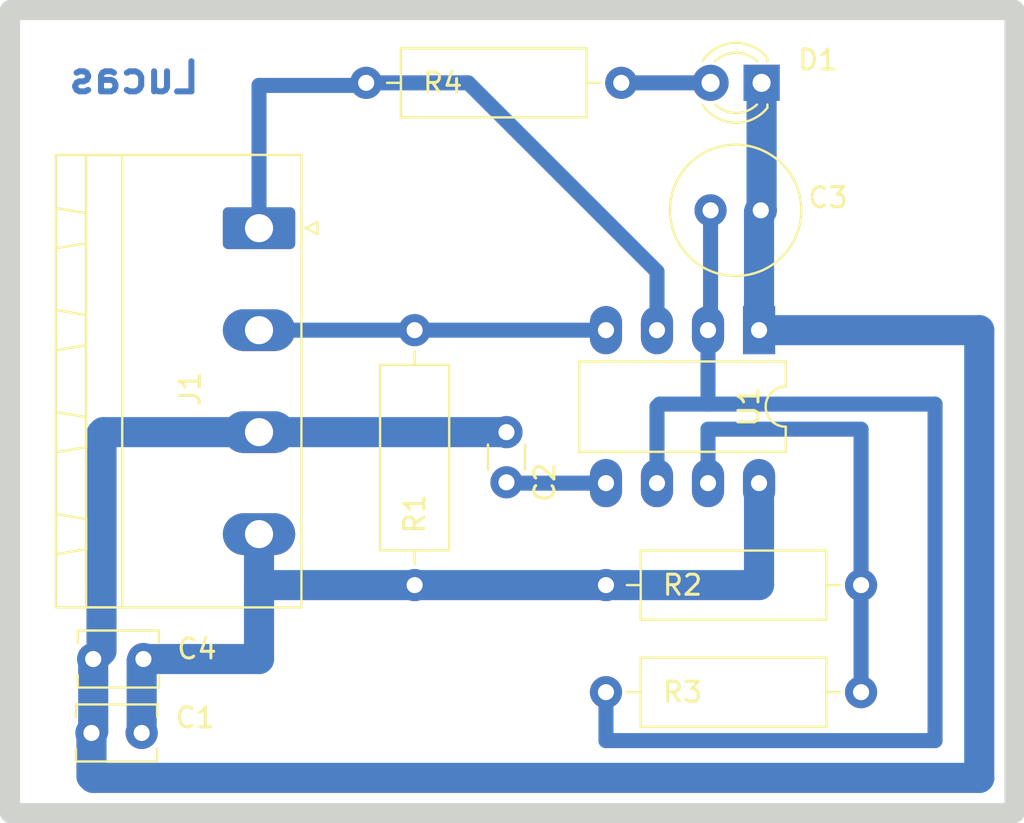
<source format=kicad_pcb>
(kicad_pcb (version 20171130) (host pcbnew "(5.1.9)-1")

  (general
    (thickness 1.6)
    (drawings 5)
    (tracks 51)
    (zones 0)
    (modules 11)
    (nets 9)
  )

  (page A4)
  (title_block
    (title "Astabile NE555")
    (date 2021-03-18)
    (company "Lucas Prati 3^A EN")
  )

  (layers
    (0 F.Cu signal)
    (31 B.Cu signal)
    (32 B.Adhes user)
    (33 F.Adhes user)
    (34 B.Paste user)
    (35 F.Paste user)
    (36 B.SilkS user)
    (37 F.SilkS user)
    (38 B.Mask user)
    (39 F.Mask user)
    (40 Dwgs.User user)
    (41 Cmts.User user)
    (42 Eco1.User user)
    (43 Eco2.User user)
    (44 Edge.Cuts user)
    (45 Margin user)
    (46 B.CrtYd user)
    (47 F.CrtYd user)
    (48 B.Fab user)
    (49 F.Fab user)
  )

  (setup
    (last_trace_width 0.75)
    (trace_clearance 0.5)
    (zone_clearance 0.508)
    (zone_45_only no)
    (trace_min 0.2)
    (via_size 2)
    (via_drill 0.8)
    (via_min_size 0.4)
    (via_min_drill 0.3)
    (uvia_size 0.3)
    (uvia_drill 0.1)
    (uvias_allowed no)
    (uvia_min_size 0.2)
    (uvia_min_drill 0.1)
    (edge_width 0.05)
    (segment_width 0.2)
    (pcb_text_width 0.3)
    (pcb_text_size 1.5 1.5)
    (mod_edge_width 0.12)
    (mod_text_size 1 1)
    (mod_text_width 0.15)
    (pad_size 1.524 1.524)
    (pad_drill 0.762)
    (pad_to_mask_clearance 0)
    (aux_axis_origin 0 0)
    (grid_origin 173.863 51.816)
    (visible_elements 7FFFFFFF)
    (pcbplotparams
      (layerselection 0x010fc_ffffffff)
      (usegerberextensions false)
      (usegerberattributes true)
      (usegerberadvancedattributes true)
      (creategerberjobfile true)
      (excludeedgelayer true)
      (linewidth 0.100000)
      (plotframeref false)
      (viasonmask false)
      (mode 1)
      (useauxorigin false)
      (hpglpennumber 1)
      (hpglpenspeed 20)
      (hpglpendiameter 15.000000)
      (psnegative false)
      (psa4output false)
      (plotreference true)
      (plotvalue true)
      (plotinvisibletext false)
      (padsonsilk false)
      (subtractmaskfromsilk false)
      (outputformat 1)
      (mirror false)
      (drillshape 1)
      (scaleselection 1)
      (outputdirectory ""))
  )

  (net 0 "")
  (net 1 +5V)
  (net 2 GND)
  (net 3 "Net-(C2-Pad1)")
  (net 4 "Net-(C3-Pad1)")
  (net 5 "Net-(D1-Pad2)")
  (net 6 OUT)
  (net 7 ENABLE)
  (net 8 "Net-(R2-Pad2)")

  (net_class Default "This is the default net class."
    (clearance 0.5)
    (trace_width 0.75)
    (via_dia 2)
    (via_drill 0.8)
    (uvia_dia 0.3)
    (uvia_drill 0.1)
    (add_net ENABLE)
    (add_net "Net-(C2-Pad1)")
    (add_net "Net-(C3-Pad1)")
    (add_net "Net-(D1-Pad2)")
    (add_net "Net-(R2-Pad2)")
    (add_net OUT)
  )

  (net_class GND ""
    (clearance 0.5)
    (trace_width 1.5)
    (via_dia 2)
    (via_drill 0.8)
    (uvia_dia 0.3)
    (uvia_drill 0.1)
    (add_net GND)
  )

  (net_class VCC ""
    (clearance 0.5)
    (trace_width 1.5)
    (via_dia 2)
    (via_drill 0.8)
    (uvia_dia 0.3)
    (uvia_drill 0.1)
    (add_net +5V)
  )

  (module Capacitor_THT:C_Radial_D6.3mm_H5.0mm_P2.50mm (layer F.Cu) (tedit 5BC5C9B9) (tstamp 60539DA8)
    (at 134.874 69.977)
    (descr "C, Radial series, Radial, pin pitch=2.50mm, diameter=6.3mm, height=5mm, Non-Polar Electrolytic Capacitor")
    (tags "C Radial series Radial pin pitch 2.50mm diameter 6.3mm height 5mm Non-Polar Electrolytic Capacitor")
    (path /6053AAE6)
    (fp_text reference C3 (at 5.842 -0.635) (layer F.SilkS)
      (effects (font (size 1 1) (thickness 0.15)))
    )
    (fp_text value 2u2 (at 6.223 0.762) (layer F.Fab)
      (effects (font (size 1 1) (thickness 0.15)))
    )
    (fp_circle (center 1.25 0) (end 4.65 0) (layer F.CrtYd) (width 0.05))
    (fp_circle (center 1.25 0) (end 4.52 0) (layer F.SilkS) (width 0.12))
    (fp_circle (center 1.25 0) (end 4.4 0) (layer F.Fab) (width 0.1))
    (fp_text user %R (at 1.25 0) (layer F.Fab)
      (effects (font (size 1 1) (thickness 0.15)))
    )
    (pad 2 thru_hole circle (at 2.5 0) (size 1.6 1.6) (drill 0.8) (layers *.Cu *.Mask)
      (net 2 GND))
    (pad 1 thru_hole circle (at 0 0) (size 1.6 1.6) (drill 0.8) (layers *.Cu *.Mask)
      (net 4 "Net-(C3-Pad1)"))
    (model ${KISYS3DMOD}/Capacitor_THT.3dshapes/C_Radial_D6.3mm_H5.0mm_P2.50mm.wrl
      (at (xyz 0 0 0))
      (scale (xyz 1 1 1))
      (rotate (xyz 0 0 0))
    )
  )

  (module Package_DIP:DIP-8_W7.62mm_LongPads (layer F.Cu) (tedit 5A02E8C5) (tstamp 60539E76)
    (at 137.287 75.946 270)
    (descr "8-lead though-hole mounted DIP package, row spacing 7.62 mm (300 mils), LongPads")
    (tags "THT DIP DIL PDIP 2.54mm 7.62mm 300mil LongPads")
    (path /6055D091)
    (fp_text reference U1 (at 3.81 0.508 90) (layer F.SilkS)
      (effects (font (size 1 1) (thickness 0.15)))
    )
    (fp_text value NE555P (at 3.81 -2.667 270) (layer F.Fab)
      (effects (font (size 1 1) (thickness 0.15)))
    )
    (fp_line (start 1.635 -1.27) (end 6.985 -1.27) (layer F.Fab) (width 0.1))
    (fp_line (start 6.985 -1.27) (end 6.985 8.89) (layer F.Fab) (width 0.1))
    (fp_line (start 6.985 8.89) (end 0.635 8.89) (layer F.Fab) (width 0.1))
    (fp_line (start 0.635 8.89) (end 0.635 -0.27) (layer F.Fab) (width 0.1))
    (fp_line (start 0.635 -0.27) (end 1.635 -1.27) (layer F.Fab) (width 0.1))
    (fp_line (start 2.81 -1.33) (end 1.56 -1.33) (layer F.SilkS) (width 0.12))
    (fp_line (start 1.56 -1.33) (end 1.56 8.95) (layer F.SilkS) (width 0.12))
    (fp_line (start 1.56 8.95) (end 6.06 8.95) (layer F.SilkS) (width 0.12))
    (fp_line (start 6.06 8.95) (end 6.06 -1.33) (layer F.SilkS) (width 0.12))
    (fp_line (start 6.06 -1.33) (end 4.81 -1.33) (layer F.SilkS) (width 0.12))
    (fp_line (start -1.45 -1.55) (end -1.45 9.15) (layer F.CrtYd) (width 0.05))
    (fp_line (start -1.45 9.15) (end 9.1 9.15) (layer F.CrtYd) (width 0.05))
    (fp_line (start 9.1 9.15) (end 9.1 -1.55) (layer F.CrtYd) (width 0.05))
    (fp_line (start 9.1 -1.55) (end -1.45 -1.55) (layer F.CrtYd) (width 0.05))
    (fp_text user %R (at 3.81 3.81 90) (layer F.Fab)
      (effects (font (size 1 1) (thickness 0.15)))
    )
    (fp_arc (start 3.81 -1.33) (end 2.81 -1.33) (angle -180) (layer F.SilkS) (width 0.12))
    (pad 8 thru_hole oval (at 7.62 0 270) (size 2.4 1.6) (drill 0.8) (layers *.Cu *.Mask)
      (net 1 +5V))
    (pad 4 thru_hole oval (at 0 7.62 270) (size 2.4 1.6) (drill 0.8) (layers *.Cu *.Mask)
      (net 7 ENABLE))
    (pad 7 thru_hole oval (at 7.62 2.54 270) (size 2.4 1.6) (drill 0.8) (layers *.Cu *.Mask)
      (net 8 "Net-(R2-Pad2)"))
    (pad 3 thru_hole oval (at 0 5.08 270) (size 2.4 1.6) (drill 0.8) (layers *.Cu *.Mask)
      (net 6 OUT))
    (pad 6 thru_hole oval (at 7.62 5.08 270) (size 2.4 1.6) (drill 0.8) (layers *.Cu *.Mask)
      (net 4 "Net-(C3-Pad1)"))
    (pad 2 thru_hole oval (at 0 2.54 270) (size 2.4 1.6) (drill 0.8) (layers *.Cu *.Mask)
      (net 4 "Net-(C3-Pad1)"))
    (pad 5 thru_hole oval (at 7.62 7.62 270) (size 2.4 1.6) (drill 0.8) (layers *.Cu *.Mask)
      (net 3 "Net-(C2-Pad1)"))
    (pad 1 thru_hole rect (at 0 0 270) (size 2.4 1.6) (drill 0.8) (layers *.Cu *.Mask)
      (net 2 GND))
    (model ${KISYS3DMOD}/Package_DIP.3dshapes/DIP-8_W7.62mm.wrl
      (at (xyz 0 0 0))
      (scale (xyz 1 1 1))
      (rotate (xyz 0 0 0))
    )
  )

  (module Connector_Phoenix_MSTB:PhoenixContact_MSTBA_2,5_4-G-5,08_1x04_P5.08mm_Horizontal (layer F.Cu) (tedit 5B785047) (tstamp 60539DFE)
    (at 112.395 70.866 270)
    (descr "Generic Phoenix Contact connector footprint for: MSTBA_2,5/4-G-5,08; number of pins: 04; pin pitch: 5.08mm; Angled || order number: 1757268 12A || order number: 1923885 16A (HC)")
    (tags "phoenix_contact connector MSTBA_01x04_G_5.08mm")
    (path /605412B8)
    (fp_text reference J1 (at 8.001 3.429 90) (layer F.SilkS)
      (effects (font (size 1 1) (thickness 0.15)))
    )
    (fp_text value Conn_01x04_Female (at 7.62 11.2 90) (layer F.Fab)
      (effects (font (size 1 1) (thickness 0.15)))
    )
    (fp_line (start 0 -0.5) (end -0.95 -2) (layer F.Fab) (width 0.1))
    (fp_line (start 0.95 -2) (end 0 -0.5) (layer F.Fab) (width 0.1))
    (fp_line (start -0.3 -2.91) (end 0.3 -2.91) (layer F.SilkS) (width 0.12))
    (fp_line (start 0 -2.31) (end -0.3 -2.91) (layer F.SilkS) (width 0.12))
    (fp_line (start 0.3 -2.91) (end 0 -2.31) (layer F.SilkS) (width 0.12))
    (fp_line (start 19.28 -2.5) (end -4.04 -2.5) (layer F.CrtYd) (width 0.05))
    (fp_line (start 19.28 10.5) (end 19.28 -2.5) (layer F.CrtYd) (width 0.05))
    (fp_line (start -4.04 10.5) (end 19.28 10.5) (layer F.CrtYd) (width 0.05))
    (fp_line (start -4.04 -2.5) (end -4.04 10.5) (layer F.CrtYd) (width 0.05))
    (fp_line (start 14.49 8.61) (end 14.24 10.11) (layer F.SilkS) (width 0.12))
    (fp_line (start 15.99 8.61) (end 14.49 8.61) (layer F.SilkS) (width 0.12))
    (fp_line (start 16.24 10.11) (end 15.99 8.61) (layer F.SilkS) (width 0.12))
    (fp_line (start 14.24 10.11) (end 16.24 10.11) (layer F.SilkS) (width 0.12))
    (fp_line (start 9.41 8.61) (end 9.16 10.11) (layer F.SilkS) (width 0.12))
    (fp_line (start 10.91 8.61) (end 9.41 8.61) (layer F.SilkS) (width 0.12))
    (fp_line (start 11.16 10.11) (end 10.91 8.61) (layer F.SilkS) (width 0.12))
    (fp_line (start 9.16 10.11) (end 11.16 10.11) (layer F.SilkS) (width 0.12))
    (fp_line (start 4.33 8.61) (end 4.08 10.11) (layer F.SilkS) (width 0.12))
    (fp_line (start 5.83 8.61) (end 4.33 8.61) (layer F.SilkS) (width 0.12))
    (fp_line (start 6.08 10.11) (end 5.83 8.61) (layer F.SilkS) (width 0.12))
    (fp_line (start 4.08 10.11) (end 6.08 10.11) (layer F.SilkS) (width 0.12))
    (fp_line (start -0.75 8.61) (end -1 10.11) (layer F.SilkS) (width 0.12))
    (fp_line (start 0.75 8.61) (end -0.75 8.61) (layer F.SilkS) (width 0.12))
    (fp_line (start 1 10.11) (end 0.75 8.61) (layer F.SilkS) (width 0.12))
    (fp_line (start -1 10.11) (end 1 10.11) (layer F.SilkS) (width 0.12))
    (fp_line (start 18.89 8.61) (end -3.65 8.61) (layer F.SilkS) (width 0.12))
    (fp_line (start 18.89 6.81) (end 18.89 8.61) (layer F.SilkS) (width 0.12))
    (fp_line (start -3.65 6.81) (end 18.89 6.81) (layer F.SilkS) (width 0.12))
    (fp_line (start -3.65 8.61) (end -3.65 6.81) (layer F.SilkS) (width 0.12))
    (fp_line (start 18.78 -2) (end -3.54 -2) (layer F.Fab) (width 0.1))
    (fp_line (start 18.78 10) (end 18.78 -2) (layer F.Fab) (width 0.1))
    (fp_line (start -3.54 10) (end 18.78 10) (layer F.Fab) (width 0.1))
    (fp_line (start -3.54 -2) (end -3.54 10) (layer F.Fab) (width 0.1))
    (fp_line (start 18.89 -2.11) (end -3.65 -2.11) (layer F.SilkS) (width 0.12))
    (fp_line (start 18.89 10.11) (end 18.89 -2.11) (layer F.SilkS) (width 0.12))
    (fp_line (start -3.65 10.11) (end 18.89 10.11) (layer F.SilkS) (width 0.12))
    (fp_line (start -3.65 -2.11) (end -3.65 10.11) (layer F.SilkS) (width 0.12))
    (pad 1 thru_hole roundrect (at 0 0 270) (size 2.08 3.6) (drill 1.4) (layers *.Cu *.Mask) (roundrect_rratio 0.120192)
      (net 6 OUT))
    (pad 2 thru_hole oval (at 5.08 0 270) (size 2.08 3.6) (drill 1.4) (layers *.Cu *.Mask)
      (net 7 ENABLE))
    (pad 3 thru_hole oval (at 10.16 0 270) (size 2.08 3.6) (drill 1.4) (layers *.Cu *.Mask)
      (net 2 GND))
    (pad 4 thru_hole oval (at 15.24 0 270) (size 2.08 3.6) (drill 1.4) (layers *.Cu *.Mask)
      (net 1 +5V))
    (model ${KISYS3DMOD}/Connector_Phoenix_MSTB.3dshapes/PhoenixContact_MSTBA_2,5_4-G-5,08_1x04_P5.08mm_Horizontal.wrl
      (at (xyz 0 0 0))
      (scale (xyz 1 1 1))
      (rotate (xyz 0 0 0))
    )
  )

  (module Capacitor_THT:C_Disc_D3.8mm_W2.6mm_P2.50mm (layer F.Cu) (tedit 5AE50EF0) (tstamp 60539D8D)
    (at 106.553 96.012 180)
    (descr "C, Disc series, Radial, pin pitch=2.50mm, , diameter*width=3.8*2.6mm^2, Capacitor, http://www.vishay.com/docs/45233/krseries.pdf")
    (tags "C Disc series Radial pin pitch 2.50mm  diameter 3.8mm width 2.6mm Capacitor")
    (path /605360F3)
    (fp_text reference C1 (at -2.667 0.762) (layer F.SilkS)
      (effects (font (size 1 1) (thickness 0.15)))
    )
    (fp_text value 100n (at -3.429 -0.889) (layer F.Fab)
      (effects (font (size 1 1) (thickness 0.15)))
    )
    (fp_line (start 3.55 -1.55) (end -1.05 -1.55) (layer F.CrtYd) (width 0.05))
    (fp_line (start 3.55 1.55) (end 3.55 -1.55) (layer F.CrtYd) (width 0.05))
    (fp_line (start -1.05 1.55) (end 3.55 1.55) (layer F.CrtYd) (width 0.05))
    (fp_line (start -1.05 -1.55) (end -1.05 1.55) (layer F.CrtYd) (width 0.05))
    (fp_line (start 3.27 0.795) (end 3.27 1.42) (layer F.SilkS) (width 0.12))
    (fp_line (start 3.27 -1.42) (end 3.27 -0.795) (layer F.SilkS) (width 0.12))
    (fp_line (start -0.77 0.795) (end -0.77 1.42) (layer F.SilkS) (width 0.12))
    (fp_line (start -0.77 -1.42) (end -0.77 -0.795) (layer F.SilkS) (width 0.12))
    (fp_line (start -0.77 1.42) (end 3.27 1.42) (layer F.SilkS) (width 0.12))
    (fp_line (start -0.77 -1.42) (end 3.27 -1.42) (layer F.SilkS) (width 0.12))
    (fp_line (start 3.15 -1.3) (end -0.65 -1.3) (layer F.Fab) (width 0.1))
    (fp_line (start 3.15 1.3) (end 3.15 -1.3) (layer F.Fab) (width 0.1))
    (fp_line (start -0.65 1.3) (end 3.15 1.3) (layer F.Fab) (width 0.1))
    (fp_line (start -0.65 -1.3) (end -0.65 1.3) (layer F.Fab) (width 0.1))
    (pad 1 thru_hole circle (at 0 0 180) (size 1.6 1.6) (drill 0.8) (layers *.Cu *.Mask)
      (net 1 +5V))
    (pad 2 thru_hole circle (at 2.5 0 180) (size 1.6 1.6) (drill 0.8) (layers *.Cu *.Mask)
      (net 2 GND))
    (model ${KISYS3DMOD}/Capacitor_THT.3dshapes/C_Disc_D3.8mm_W2.6mm_P2.50mm.wrl
      (at (xyz 0 0 0))
      (scale (xyz 1 1 1))
      (rotate (xyz 0 0 0))
    )
  )

  (module Capacitor_THT:C_Disc_D3.0mm_W1.6mm_P2.50mm (layer F.Cu) (tedit 5AE50EF0) (tstamp 60539D9E)
    (at 124.714 83.526 90)
    (descr "C, Disc series, Radial, pin pitch=2.50mm, , diameter*width=3.0*1.6mm^2, Capacitor, http://www.vishay.com/docs/45233/krseries.pdf")
    (tags "C Disc series Radial pin pitch 2.50mm  diameter 3.0mm width 1.6mm Capacitor")
    (path /605491D0)
    (fp_text reference C2 (at 0 1.905 90) (layer F.SilkS)
      (effects (font (size 1 1) (thickness 0.15)))
    )
    (fp_text value 10n (at 2.794 1.905 270) (layer F.Fab)
      (effects (font (size 1 1) (thickness 0.15)))
    )
    (fp_line (start 3.55 -1.05) (end -1.05 -1.05) (layer F.CrtYd) (width 0.05))
    (fp_line (start 3.55 1.05) (end 3.55 -1.05) (layer F.CrtYd) (width 0.05))
    (fp_line (start -1.05 1.05) (end 3.55 1.05) (layer F.CrtYd) (width 0.05))
    (fp_line (start -1.05 -1.05) (end -1.05 1.05) (layer F.CrtYd) (width 0.05))
    (fp_line (start 0.621 0.92) (end 1.879 0.92) (layer F.SilkS) (width 0.12))
    (fp_line (start 0.621 -0.92) (end 1.879 -0.92) (layer F.SilkS) (width 0.12))
    (fp_line (start 2.75 -0.8) (end -0.25 -0.8) (layer F.Fab) (width 0.1))
    (fp_line (start 2.75 0.8) (end 2.75 -0.8) (layer F.Fab) (width 0.1))
    (fp_line (start -0.25 0.8) (end 2.75 0.8) (layer F.Fab) (width 0.1))
    (fp_line (start -0.25 -0.8) (end -0.25 0.8) (layer F.Fab) (width 0.1))
    (pad 1 thru_hole circle (at 0 0 90) (size 1.6 1.6) (drill 0.8) (layers *.Cu *.Mask)
      (net 3 "Net-(C2-Pad1)"))
    (pad 2 thru_hole circle (at 2.5 0 90) (size 1.6 1.6) (drill 0.8) (layers *.Cu *.Mask)
      (net 2 GND))
    (model ${KISYS3DMOD}/Capacitor_THT.3dshapes/C_Disc_D3.0mm_W1.6mm_P2.50mm.wrl
      (at (xyz 0 0 0))
      (scale (xyz 1 1 1))
      (rotate (xyz 0 0 0))
    )
  )

  (module Capacitor_THT:C_Disc_D3.8mm_W2.6mm_P2.50mm (layer F.Cu) (tedit 5AE50EF0) (tstamp 60539DBD)
    (at 106.64 92.329 180)
    (descr "C, Disc series, Radial, pin pitch=2.50mm, , diameter*width=3.8*2.6mm^2, Capacitor, http://www.vishay.com/docs/45233/krseries.pdf")
    (tags "C Disc series Radial pin pitch 2.50mm  diameter 3.8mm width 2.6mm Capacitor")
    (path /6053D649)
    (fp_text reference C4 (at -2.667 0.508) (layer F.SilkS)
      (effects (font (size 1 1) (thickness 0.15)))
    )
    (fp_text value 100n (at -3.302 -0.762) (layer F.Fab)
      (effects (font (size 1 1) (thickness 0.15)))
    )
    (fp_line (start -0.65 -1.3) (end -0.65 1.3) (layer F.Fab) (width 0.1))
    (fp_line (start -0.65 1.3) (end 3.15 1.3) (layer F.Fab) (width 0.1))
    (fp_line (start 3.15 1.3) (end 3.15 -1.3) (layer F.Fab) (width 0.1))
    (fp_line (start 3.15 -1.3) (end -0.65 -1.3) (layer F.Fab) (width 0.1))
    (fp_line (start -0.77 -1.42) (end 3.27 -1.42) (layer F.SilkS) (width 0.12))
    (fp_line (start -0.77 1.42) (end 3.27 1.42) (layer F.SilkS) (width 0.12))
    (fp_line (start -0.77 -1.42) (end -0.77 -0.795) (layer F.SilkS) (width 0.12))
    (fp_line (start -0.77 0.795) (end -0.77 1.42) (layer F.SilkS) (width 0.12))
    (fp_line (start 3.27 -1.42) (end 3.27 -0.795) (layer F.SilkS) (width 0.12))
    (fp_line (start 3.27 0.795) (end 3.27 1.42) (layer F.SilkS) (width 0.12))
    (fp_line (start -1.05 -1.55) (end -1.05 1.55) (layer F.CrtYd) (width 0.05))
    (fp_line (start -1.05 1.55) (end 3.55 1.55) (layer F.CrtYd) (width 0.05))
    (fp_line (start 3.55 1.55) (end 3.55 -1.55) (layer F.CrtYd) (width 0.05))
    (fp_line (start 3.55 -1.55) (end -1.05 -1.55) (layer F.CrtYd) (width 0.05))
    (pad 2 thru_hole circle (at 2.5 0 180) (size 1.6 1.6) (drill 0.8) (layers *.Cu *.Mask)
      (net 2 GND))
    (pad 1 thru_hole circle (at 0 0 180) (size 1.6 1.6) (drill 0.8) (layers *.Cu *.Mask)
      (net 1 +5V))
    (model ${KISYS3DMOD}/Capacitor_THT.3dshapes/C_Disc_D3.8mm_W2.6mm_P2.50mm.wrl
      (at (xyz 0 0 0))
      (scale (xyz 1 1 1))
      (rotate (xyz 0 0 0))
    )
  )

  (module LED_THT:LED_D3.0mm (layer F.Cu) (tedit 587A3A7B) (tstamp 60539DD0)
    (at 137.414 63.627 180)
    (descr "LED, diameter 3.0mm, 2 pins")
    (tags "LED diameter 3.0mm 2 pins")
    (path /6054022F)
    (fp_text reference D1 (at -2.794 1.143) (layer F.SilkS)
      (effects (font (size 1 1) (thickness 0.15)))
    )
    (fp_text value LED (at -3.048 -0.508) (layer F.Fab)
      (effects (font (size 1 1) (thickness 0.15)))
    )
    (fp_line (start 3.7 -2.25) (end -1.15 -2.25) (layer F.CrtYd) (width 0.05))
    (fp_line (start 3.7 2.25) (end 3.7 -2.25) (layer F.CrtYd) (width 0.05))
    (fp_line (start -1.15 2.25) (end 3.7 2.25) (layer F.CrtYd) (width 0.05))
    (fp_line (start -1.15 -2.25) (end -1.15 2.25) (layer F.CrtYd) (width 0.05))
    (fp_line (start -0.29 1.08) (end -0.29 1.236) (layer F.SilkS) (width 0.12))
    (fp_line (start -0.29 -1.236) (end -0.29 -1.08) (layer F.SilkS) (width 0.12))
    (fp_line (start -0.23 -1.16619) (end -0.23 1.16619) (layer F.Fab) (width 0.1))
    (fp_circle (center 1.27 0) (end 2.77 0) (layer F.Fab) (width 0.1))
    (fp_arc (start 1.27 0) (end -0.23 -1.16619) (angle 284.3) (layer F.Fab) (width 0.1))
    (fp_arc (start 1.27 0) (end -0.29 -1.235516) (angle 108.8) (layer F.SilkS) (width 0.12))
    (fp_arc (start 1.27 0) (end -0.29 1.235516) (angle -108.8) (layer F.SilkS) (width 0.12))
    (fp_arc (start 1.27 0) (end 0.229039 -1.08) (angle 87.9) (layer F.SilkS) (width 0.12))
    (fp_arc (start 1.27 0) (end 0.229039 1.08) (angle -87.9) (layer F.SilkS) (width 0.12))
    (pad 1 thru_hole rect (at 0 0 180) (size 1.8 1.8) (drill 0.9) (layers *.Cu *.Mask)
      (net 2 GND))
    (pad 2 thru_hole circle (at 2.54 0 180) (size 1.8 1.8) (drill 0.9) (layers *.Cu *.Mask)
      (net 5 "Net-(D1-Pad2)"))
    (model ${KISYS3DMOD}/LED_THT.3dshapes/LED_D3.0mm.wrl
      (at (xyz 0 0 0))
      (scale (xyz 1 1 1))
      (rotate (xyz 0 0 0))
    )
  )

  (module Resistor_THT:R_Axial_DIN0309_L9.0mm_D3.2mm_P12.70mm_Horizontal (layer F.Cu) (tedit 5AE5139B) (tstamp 60539E15)
    (at 120.142 88.646 90)
    (descr "Resistor, Axial_DIN0309 series, Axial, Horizontal, pin pitch=12.7mm, 0.5W = 1/2W, length*diameter=9*3.2mm^2, http://cdn-reichelt.de/documents/datenblatt/B400/1_4W%23YAG.pdf")
    (tags "Resistor Axial_DIN0309 series Axial Horizontal pin pitch 12.7mm 0.5W = 1/2W length 9mm diameter 3.2mm")
    (path /605370E1)
    (fp_text reference R1 (at 3.556 0 90) (layer F.SilkS)
      (effects (font (size 1 1) (thickness 0.15)))
    )
    (fp_text value 10k (at 9.144 0 90) (layer F.Fab)
      (effects (font (size 1 1) (thickness 0.15)))
    )
    (fp_line (start 13.75 -1.85) (end -1.05 -1.85) (layer F.CrtYd) (width 0.05))
    (fp_line (start 13.75 1.85) (end 13.75 -1.85) (layer F.CrtYd) (width 0.05))
    (fp_line (start -1.05 1.85) (end 13.75 1.85) (layer F.CrtYd) (width 0.05))
    (fp_line (start -1.05 -1.85) (end -1.05 1.85) (layer F.CrtYd) (width 0.05))
    (fp_line (start 11.66 0) (end 10.97 0) (layer F.SilkS) (width 0.12))
    (fp_line (start 1.04 0) (end 1.73 0) (layer F.SilkS) (width 0.12))
    (fp_line (start 10.97 -1.72) (end 1.73 -1.72) (layer F.SilkS) (width 0.12))
    (fp_line (start 10.97 1.72) (end 10.97 -1.72) (layer F.SilkS) (width 0.12))
    (fp_line (start 1.73 1.72) (end 10.97 1.72) (layer F.SilkS) (width 0.12))
    (fp_line (start 1.73 -1.72) (end 1.73 1.72) (layer F.SilkS) (width 0.12))
    (fp_line (start 12.7 0) (end 10.85 0) (layer F.Fab) (width 0.1))
    (fp_line (start 0 0) (end 1.85 0) (layer F.Fab) (width 0.1))
    (fp_line (start 10.85 -1.6) (end 1.85 -1.6) (layer F.Fab) (width 0.1))
    (fp_line (start 10.85 1.6) (end 10.85 -1.6) (layer F.Fab) (width 0.1))
    (fp_line (start 1.85 1.6) (end 10.85 1.6) (layer F.Fab) (width 0.1))
    (fp_line (start 1.85 -1.6) (end 1.85 1.6) (layer F.Fab) (width 0.1))
    (pad 1 thru_hole circle (at 0 0 90) (size 1.6 1.6) (drill 0.8) (layers *.Cu *.Mask)
      (net 1 +5V))
    (pad 2 thru_hole oval (at 12.7 0 90) (size 1.6 1.6) (drill 0.8) (layers *.Cu *.Mask)
      (net 7 ENABLE))
    (model ${KISYS3DMOD}/Resistor_THT.3dshapes/R_Axial_DIN0309_L9.0mm_D3.2mm_P12.70mm_Horizontal.wrl
      (at (xyz 0 0 0))
      (scale (xyz 1 1 1))
      (rotate (xyz 0 0 0))
    )
  )

  (module Resistor_THT:R_Axial_DIN0309_L9.0mm_D3.2mm_P12.70mm_Horizontal (layer F.Cu) (tedit 5AE5139B) (tstamp 60539E2C)
    (at 129.667 88.646)
    (descr "Resistor, Axial_DIN0309 series, Axial, Horizontal, pin pitch=12.7mm, 0.5W = 1/2W, length*diameter=9*3.2mm^2, http://cdn-reichelt.de/documents/datenblatt/B400/1_4W%23YAG.pdf")
    (tags "Resistor Axial_DIN0309 series Axial Horizontal pin pitch 12.7mm 0.5W = 1/2W length 9mm diameter 3.2mm")
    (path /60538505)
    (fp_text reference R2 (at 3.81 0) (layer F.SilkS)
      (effects (font (size 1 1) (thickness 0.15)))
    )
    (fp_text value 33k (at 9.017 0) (layer F.Fab)
      (effects (font (size 1 1) (thickness 0.15)))
    )
    (fp_line (start 1.85 -1.6) (end 1.85 1.6) (layer F.Fab) (width 0.1))
    (fp_line (start 1.85 1.6) (end 10.85 1.6) (layer F.Fab) (width 0.1))
    (fp_line (start 10.85 1.6) (end 10.85 -1.6) (layer F.Fab) (width 0.1))
    (fp_line (start 10.85 -1.6) (end 1.85 -1.6) (layer F.Fab) (width 0.1))
    (fp_line (start 0 0) (end 1.85 0) (layer F.Fab) (width 0.1))
    (fp_line (start 12.7 0) (end 10.85 0) (layer F.Fab) (width 0.1))
    (fp_line (start 1.73 -1.72) (end 1.73 1.72) (layer F.SilkS) (width 0.12))
    (fp_line (start 1.73 1.72) (end 10.97 1.72) (layer F.SilkS) (width 0.12))
    (fp_line (start 10.97 1.72) (end 10.97 -1.72) (layer F.SilkS) (width 0.12))
    (fp_line (start 10.97 -1.72) (end 1.73 -1.72) (layer F.SilkS) (width 0.12))
    (fp_line (start 1.04 0) (end 1.73 0) (layer F.SilkS) (width 0.12))
    (fp_line (start 11.66 0) (end 10.97 0) (layer F.SilkS) (width 0.12))
    (fp_line (start -1.05 -1.85) (end -1.05 1.85) (layer F.CrtYd) (width 0.05))
    (fp_line (start -1.05 1.85) (end 13.75 1.85) (layer F.CrtYd) (width 0.05))
    (fp_line (start 13.75 1.85) (end 13.75 -1.85) (layer F.CrtYd) (width 0.05))
    (fp_line (start 13.75 -1.85) (end -1.05 -1.85) (layer F.CrtYd) (width 0.05))
    (pad 2 thru_hole oval (at 12.7 0) (size 1.6 1.6) (drill 0.8) (layers *.Cu *.Mask)
      (net 8 "Net-(R2-Pad2)"))
    (pad 1 thru_hole circle (at 0 0) (size 1.6 1.6) (drill 0.8) (layers *.Cu *.Mask)
      (net 1 +5V))
    (model ${KISYS3DMOD}/Resistor_THT.3dshapes/R_Axial_DIN0309_L9.0mm_D3.2mm_P12.70mm_Horizontal.wrl
      (at (xyz 0 0 0))
      (scale (xyz 1 1 1))
      (rotate (xyz 0 0 0))
    )
  )

  (module Resistor_THT:R_Axial_DIN0309_L9.0mm_D3.2mm_P12.70mm_Horizontal (layer F.Cu) (tedit 5AE5139B) (tstamp 60539E43)
    (at 142.367 93.98 180)
    (descr "Resistor, Axial_DIN0309 series, Axial, Horizontal, pin pitch=12.7mm, 0.5W = 1/2W, length*diameter=9*3.2mm^2, http://cdn-reichelt.de/documents/datenblatt/B400/1_4W%23YAG.pdf")
    (tags "Resistor Axial_DIN0309 series Axial Horizontal pin pitch 12.7mm 0.5W = 1/2W length 9mm diameter 3.2mm")
    (path /60539158)
    (fp_text reference R3 (at 8.89 0) (layer F.SilkS)
      (effects (font (size 1 1) (thickness 0.15)))
    )
    (fp_text value 330k (at 3.81 0) (layer F.Fab)
      (effects (font (size 1 1) (thickness 0.15)))
    )
    (fp_line (start 13.75 -1.85) (end -1.05 -1.85) (layer F.CrtYd) (width 0.05))
    (fp_line (start 13.75 1.85) (end 13.75 -1.85) (layer F.CrtYd) (width 0.05))
    (fp_line (start -1.05 1.85) (end 13.75 1.85) (layer F.CrtYd) (width 0.05))
    (fp_line (start -1.05 -1.85) (end -1.05 1.85) (layer F.CrtYd) (width 0.05))
    (fp_line (start 11.66 0) (end 10.97 0) (layer F.SilkS) (width 0.12))
    (fp_line (start 1.04 0) (end 1.73 0) (layer F.SilkS) (width 0.12))
    (fp_line (start 10.97 -1.72) (end 1.73 -1.72) (layer F.SilkS) (width 0.12))
    (fp_line (start 10.97 1.72) (end 10.97 -1.72) (layer F.SilkS) (width 0.12))
    (fp_line (start 1.73 1.72) (end 10.97 1.72) (layer F.SilkS) (width 0.12))
    (fp_line (start 1.73 -1.72) (end 1.73 1.72) (layer F.SilkS) (width 0.12))
    (fp_line (start 12.7 0) (end 10.85 0) (layer F.Fab) (width 0.1))
    (fp_line (start 0 0) (end 1.85 0) (layer F.Fab) (width 0.1))
    (fp_line (start 10.85 -1.6) (end 1.85 -1.6) (layer F.Fab) (width 0.1))
    (fp_line (start 10.85 1.6) (end 10.85 -1.6) (layer F.Fab) (width 0.1))
    (fp_line (start 1.85 1.6) (end 10.85 1.6) (layer F.Fab) (width 0.1))
    (fp_line (start 1.85 -1.6) (end 1.85 1.6) (layer F.Fab) (width 0.1))
    (pad 1 thru_hole circle (at 0 0 180) (size 1.6 1.6) (drill 0.8) (layers *.Cu *.Mask)
      (net 8 "Net-(R2-Pad2)"))
    (pad 2 thru_hole oval (at 12.7 0 180) (size 1.6 1.6) (drill 0.8) (layers *.Cu *.Mask)
      (net 4 "Net-(C3-Pad1)"))
    (model ${KISYS3DMOD}/Resistor_THT.3dshapes/R_Axial_DIN0309_L9.0mm_D3.2mm_P12.70mm_Horizontal.wrl
      (at (xyz 0 0 0))
      (scale (xyz 1 1 1))
      (rotate (xyz 0 0 0))
    )
  )

  (module Resistor_THT:R_Axial_DIN0309_L9.0mm_D3.2mm_P12.70mm_Horizontal (layer F.Cu) (tedit 5AE5139B) (tstamp 60539E5A)
    (at 117.729 63.627)
    (descr "Resistor, Axial_DIN0309 series, Axial, Horizontal, pin pitch=12.7mm, 0.5W = 1/2W, length*diameter=9*3.2mm^2, http://cdn-reichelt.de/documents/datenblatt/B400/1_4W%23YAG.pdf")
    (tags "Resistor Axial_DIN0309 series Axial Horizontal pin pitch 12.7mm 0.5W = 1/2W length 9mm diameter 3.2mm")
    (path /6053F4C1)
    (fp_text reference R4 (at 3.81 0) (layer F.SilkS)
      (effects (font (size 1 1) (thickness 0.15)))
    )
    (fp_text value 330 (at 9.144 0) (layer F.Fab)
      (effects (font (size 1 1) (thickness 0.15)))
    )
    (fp_line (start 1.85 -1.6) (end 1.85 1.6) (layer F.Fab) (width 0.1))
    (fp_line (start 1.85 1.6) (end 10.85 1.6) (layer F.Fab) (width 0.1))
    (fp_line (start 10.85 1.6) (end 10.85 -1.6) (layer F.Fab) (width 0.1))
    (fp_line (start 10.85 -1.6) (end 1.85 -1.6) (layer F.Fab) (width 0.1))
    (fp_line (start 0 0) (end 1.85 0) (layer F.Fab) (width 0.1))
    (fp_line (start 12.7 0) (end 10.85 0) (layer F.Fab) (width 0.1))
    (fp_line (start 1.73 -1.72) (end 1.73 1.72) (layer F.SilkS) (width 0.12))
    (fp_line (start 1.73 1.72) (end 10.97 1.72) (layer F.SilkS) (width 0.12))
    (fp_line (start 10.97 1.72) (end 10.97 -1.72) (layer F.SilkS) (width 0.12))
    (fp_line (start 10.97 -1.72) (end 1.73 -1.72) (layer F.SilkS) (width 0.12))
    (fp_line (start 1.04 0) (end 1.73 0) (layer F.SilkS) (width 0.12))
    (fp_line (start 11.66 0) (end 10.97 0) (layer F.SilkS) (width 0.12))
    (fp_line (start -1.05 -1.85) (end -1.05 1.85) (layer F.CrtYd) (width 0.05))
    (fp_line (start -1.05 1.85) (end 13.75 1.85) (layer F.CrtYd) (width 0.05))
    (fp_line (start 13.75 1.85) (end 13.75 -1.85) (layer F.CrtYd) (width 0.05))
    (fp_line (start 13.75 -1.85) (end -1.05 -1.85) (layer F.CrtYd) (width 0.05))
    (pad 2 thru_hole oval (at 12.7 0) (size 1.6 1.6) (drill 0.8) (layers *.Cu *.Mask)
      (net 5 "Net-(D1-Pad2)"))
    (pad 1 thru_hole circle (at 0 0) (size 1.6 1.6) (drill 0.8) (layers *.Cu *.Mask)
      (net 6 OUT))
    (model ${KISYS3DMOD}/Resistor_THT.3dshapes/R_Axial_DIN0309_L9.0mm_D3.2mm_P12.70mm_Horizontal.wrl
      (at (xyz 0 0 0))
      (scale (xyz 1 1 1))
      (rotate (xyz 0 0 0))
    )
  )

  (gr_text Lucas (at 106.172 63.373) (layer B.Cu)
    (effects (font (size 1.5 1.5) (thickness 0.3)) (justify mirror))
  )
  (gr_line (start 100 100) (end 100 60) (layer Edge.Cuts) (width 1) (tstamp 6053C310))
  (gr_line (start 100 100) (end 150 100) (layer Edge.Cuts) (width 1))
  (gr_line (start 150 60) (end 150 100) (layer Edge.Cuts) (width 1))
  (gr_line (start 100 60) (end 150 60) (layer Edge.Cuts) (width 1))

  (segment (start 137.287 88.646) (end 137.287 83.566) (width 1.5) (layer B.Cu) (net 1))
  (segment (start 129.667 88.646) (end 137.287 88.646) (width 1.5) (layer B.Cu) (net 1))
  (segment (start 106.64 92.329) (end 112.395 92.329) (width 1.5) (layer B.Cu) (net 1))
  (segment (start 112.522 88.646) (end 112.395 88.773) (width 1.5) (layer B.Cu) (net 1))
  (segment (start 120.142 88.646) (end 112.522 88.646) (width 1.5) (layer B.Cu) (net 1))
  (segment (start 112.395 88.773) (end 112.395 86.106) (width 1.5) (layer B.Cu) (net 1))
  (segment (start 112.395 92.329) (end 112.395 88.773) (width 1.5) (layer B.Cu) (net 1))
  (segment (start 106.553 92.416) (end 106.64 92.329) (width 1.5) (layer B.Cu) (net 1))
  (segment (start 106.553 96.012) (end 106.553 92.416) (width 1.5) (layer B.Cu) (net 1))
  (segment (start 120.142 88.646) (end 129.667 88.646) (width 1.5) (layer B.Cu) (net 1))
  (segment (start 137.414 69.937) (end 137.374 69.977) (width 1.5) (layer B.Cu) (net 2))
  (segment (start 137.414 63.627) (end 137.414 69.937) (width 1.5) (layer B.Cu) (net 2))
  (segment (start 137.287 70.064) (end 137.374 69.977) (width 1.5) (layer B.Cu) (net 2))
  (segment (start 137.287 75.946) (end 137.287 70.064) (width 1.5) (layer B.Cu) (net 2))
  (segment (start 124.714 81.026) (end 112.395 81.026) (width 1.5) (layer B.Cu) (net 2))
  (segment (start 104.55299 91.91601) (end 104.55299 81.12101) (width 1.5) (layer B.Cu) (net 2))
  (segment (start 104.14 92.329) (end 104.55299 91.91601) (width 1.5) (layer B.Cu) (net 2))
  (segment (start 104.648 81.026) (end 112.395 81.026) (width 1.5) (layer B.Cu) (net 2))
  (segment (start 104.55299 81.12101) (end 104.648 81.026) (width 1.5) (layer B.Cu) (net 2))
  (segment (start 104.14 95.925) (end 104.053 96.012) (width 1.5) (layer B.Cu) (net 2))
  (segment (start 104.14 92.329) (end 104.14 95.925) (width 1.5) (layer B.Cu) (net 2))
  (segment (start 104.053 96.012) (end 104.053 98.16299) (width 1.5) (layer B.Cu) (net 2))
  (segment (start 104.053 98.16299) (end 104.14 98.24999) (width 1.5) (layer B.Cu) (net 2))
  (segment (start 104.14 98.24999) (end 148.24999 98.24999) (width 1.5) (layer B.Cu) (net 2))
  (segment (start 148.24999 98.24999) (end 148.24999 75.946) (width 1.5) (layer B.Cu) (net 2))
  (segment (start 148.24999 75.946) (end 137.287 75.946) (width 1.5) (layer B.Cu) (net 2))
  (segment (start 124.754 83.566) (end 124.714 83.526) (width 0.75) (layer B.Cu) (net 3))
  (segment (start 129.667 83.566) (end 124.754 83.566) (width 0.75) (layer B.Cu) (net 3))
  (segment (start 134.874 75.819) (end 134.747 75.946) (width 0.75) (layer B.Cu) (net 4))
  (segment (start 134.874 69.977) (end 134.874 75.819) (width 0.75) (layer B.Cu) (net 4))
  (segment (start 132.207 79.756) (end 132.207 83.566) (width 0.75) (layer B.Cu) (net 4))
  (segment (start 132.334 79.629) (end 132.207 79.756) (width 0.75) (layer B.Cu) (net 4))
  (segment (start 146.05 96.393) (end 146.05 79.629) (width 0.75) (layer B.Cu) (net 4))
  (segment (start 129.667 96.393) (end 146.05 96.393) (width 0.75) (layer B.Cu) (net 4))
  (segment (start 129.667 93.98) (end 129.667 96.393) (width 0.75) (layer B.Cu) (net 4))
  (segment (start 134.747 75.946) (end 134.747 79.629) (width 0.75) (layer B.Cu) (net 4))
  (segment (start 134.747 79.629) (end 132.334 79.629) (width 0.75) (layer B.Cu) (net 4))
  (segment (start 146.05 79.629) (end 134.747 79.629) (width 0.75) (layer B.Cu) (net 4))
  (segment (start 130.429 63.627) (end 134.874 63.627) (width 0.75) (layer B.Cu) (net 5))
  (segment (start 112.395 70.866) (end 112.395 63.754) (width 0.75) (layer B.Cu) (net 6))
  (segment (start 117.602 63.754) (end 117.729 63.627) (width 0.75) (layer B.Cu) (net 6))
  (segment (start 112.395 63.754) (end 117.602 63.754) (width 0.75) (layer B.Cu) (net 6))
  (segment (start 117.729 63.627) (end 122.809 63.627) (width 0.75) (layer B.Cu) (net 6))
  (segment (start 132.207 73.025) (end 132.207 75.946) (width 0.75) (layer B.Cu) (net 6))
  (segment (start 122.809 63.627) (end 132.207 73.025) (width 0.75) (layer B.Cu) (net 6))
  (segment (start 120.142 75.946) (end 129.667 75.946) (width 0.75) (layer B.Cu) (net 7))
  (segment (start 112.395 75.946) (end 120.142 75.946) (width 0.75) (layer B.Cu) (net 7))
  (segment (start 142.367 93.98) (end 142.367 88.646) (width 0.75) (layer B.Cu) (net 8))
  (segment (start 142.367 80.87901) (end 142.367 88.646) (width 0.75) (layer B.Cu) (net 8))
  (segment (start 134.747 80.87901) (end 142.367 80.87901) (width 0.75) (layer B.Cu) (net 8))
  (segment (start 134.747 83.566) (end 134.747 80.87901) (width 0.75) (layer B.Cu) (net 8))

)

</source>
